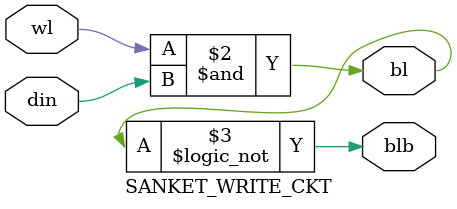
<source format=v>
module SANKET_WRITE_CKT(bl,blb,wl,din);
  input wl,din;
  output reg bl,blb;
  always @(wl,din) begin
    bl = wl & din;
    blb = !bl;
  end
endmodule
</source>
